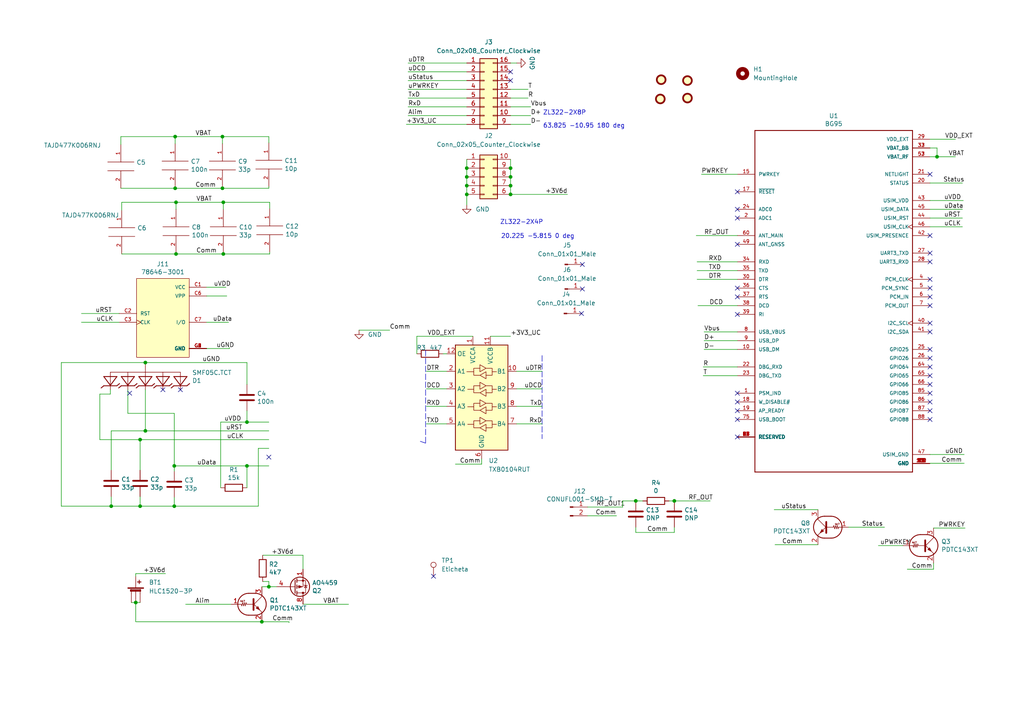
<source format=kicad_sch>
(kicad_sch (version 20211123) (generator eeschema)
  (paper "A4")
  (title_block (title "Modem BG95") (rev "4.0") (company "Delta Electronics SRL"))
  (lib_symbols
    (symbol "BG95:BG95" (pin_names (offset 1.016))
      (property "Reference" "U" (at -22.86 49.276 0))
      (property "Value" "BG95_BG95" (at -22.86 -53.34 0))
      (symbol "BG95_0_0"
        (pin output line (at -27.94 -27.94 0) (length 5.08) (name "PSM_IND") (number "1"))
        (pin bidirectional line (at -27.94 -15.24 0) (length 5.08) (name "USB_DM") (number "10"))
        (pin power_in line (at 27.94 -48.26 180) (length 5.08) (name "GND") (number "100"))
        (pin power_in line (at 27.94 -48.26 180) (length 5.08) (name "GND") (number "101"))
        (pin power_in line (at 27.94 -48.26 180) (length 5.08) (name "GND") (number "102"))
        (pin bidirectional line (at -27.94 -40.64 0) (length 5.08) (name "RESERVED") (number "11"))
        (pin bidirectional line (at -27.94 -40.64 0) (length 5.08) (name "RESERVED") (number "12"))
        (pin bidirectional line (at -27.94 -40.64 0) (length 5.08) (name "RESERVED") (number "13"))
        (pin bidirectional line (at -27.94 -40.64 0) (length 5.08) (name "RESERVED") (number "14"))
        (pin input line (at -27.94 35.56 0) (length 5.08) (name "PWRKEY") (number "15"))
        (pin bidirectional line (at -27.94 -40.64 0) (length 5.08) (name "RESERVED") (number "16"))
        (pin input line (at -27.94 30.48 0) (length 5.08) (name "~{RESET}") (number "17"))
        (pin input line (at -27.94 -30.48 0) (length 5.08) (name "W_DISABLE#") (number "18"))
        (pin input line (at -27.94 -33.02 0) (length 5.08) (name "AP_READY") (number "19"))
        (pin input line (at -27.94 22.86 0) (length 5.08) (name "ADC1") (number "2"))
        (pin output line (at 27.94 33.02 180) (length 5.08) (name "STATUS") (number "20"))
        (pin output line (at 27.94 35.56 180) (length 5.08) (name "NETLIGHT") (number "21"))
        (pin input line (at -27.94 -20.32 0) (length 5.08) (name "DBG_RXD") (number "22"))
        (pin output line (at -27.94 -22.86 0) (length 5.08) (name "DBG_TXD") (number "23"))
        (pin input line (at -27.94 25.4 0) (length 5.08) (name "ADC0") (number "24"))
        (pin bidirectional line (at 27.94 -15.24 180) (length 5.08) (name "GPIO25") (number "25"))
        (pin bidirectional line (at 27.94 -17.78 180) (length 5.08) (name "GPIO26") (number "26"))
        (pin output line (at 27.94 12.7 180) (length 5.08) (name "UART3_TXD") (number "27"))
        (pin input line (at 27.94 10.16 180) (length 5.08) (name "UART3_RXD") (number "28"))
        (pin power_in line (at 27.94 45.72 180) (length 5.08) (name "VDD_EXT") (number "29"))
        (pin power_in line (at 27.94 -48.26 180) (length 5.08) (name "GND") (number "3"))
        (pin input line (at -27.94 5.08 0) (length 5.08) (name "DTR") (number "30"))
        (pin power_in line (at 27.94 -48.26 180) (length 5.08) (name "GND") (number "31"))
        (pin power_in line (at 27.94 43.18 180) (length 5.08) (name "VBAT_BB") (number "32"))
        (pin power_in line (at 27.94 43.18 180) (length 5.08) (name "VBAT_BB") (number "33"))
        (pin input line (at -27.94 10.16 0) (length 5.08) (name "RXD") (number "34"))
        (pin output line (at -27.94 7.62 0) (length 5.08) (name "TXD") (number "35"))
        (pin output line (at -27.94 2.54 0) (length 5.08) (name "CTS") (number "36"))
        (pin input line (at -27.94 0 0) (length 5.08) (name "RTS") (number "37"))
        (pin output line (at -27.94 -2.54 0) (length 5.08) (name "DCD") (number "38"))
        (pin output line (at -27.94 -5.08 0) (length 5.08) (name "RI") (number "39"))
        (pin output clock (at 27.94 5.08 180) (length 5.08) (name "PCM_CLK") (number "4"))
        (pin output clock (at 27.94 -7.62 180) (length 5.08) (name "I2C_SCL") (number "40"))
        (pin bidirectional line (at 27.94 -10.16 180) (length 5.08) (name "I2C_SDA") (number "41"))
        (pin input line (at 27.94 17.78 180) (length 5.08) (name "USIM_PRESENCE") (number "42"))
        (pin power_in line (at 27.94 27.94 180) (length 5.08) (name "USIM_VDD") (number "43"))
        (pin output line (at 27.94 22.86 180) (length 5.08) (name "USIM_RST") (number "44"))
        (pin bidirectional line (at 27.94 25.4 180) (length 5.08) (name "USIM_DATA") (number "45"))
        (pin output clock (at 27.94 20.32 180) (length 5.08) (name "USIM_CLK") (number "46"))
        (pin power_in line (at 27.94 -45.72 180) (length 5.08) (name "USIM_GND") (number "47"))
        (pin power_in line (at 27.94 -48.26 180) (length 5.08) (name "GND") (number "48"))
        (pin input line (at -27.94 15.24 0) (length 5.08) (name "ANT_GNSS") (number "49"))
        (pin output line (at 27.94 2.54 180) (length 5.08) (name "PCM_SYNC") (number "5"))
        (pin power_in line (at 27.94 -48.26 180) (length 5.08) (name "GND") (number "50"))
        (pin bidirectional line (at -27.94 -40.64 0) (length 5.08) (name "RESERVED") (number "51"))
        (pin power_in line (at 27.94 40.64 180) (length 5.08) (name "VBAT_RF") (number "52"))
        (pin power_in line (at 27.94 40.64 180) (length 5.08) (name "VBAT_RF") (number "53"))
        (pin power_in line (at 27.94 -48.26 180) (length 5.08) (name "GND") (number "54"))
        (pin power_in line (at 27.94 -48.26 180) (length 5.08) (name "GND") (number "55"))
        (pin bidirectional line (at -27.94 -40.64 0) (length 5.08) (name "RESERVED") (number "56"))
        (pin bidirectional line (at -27.94 -40.64 0) (length 5.08) (name "RESERVED") (number "57"))
        (pin power_in line (at 27.94 -48.26 180) (length 5.08) (name "GND") (number "58"))
        (pin power_in line (at 27.94 -48.26 180) (length 5.08) (name "GND") (number "59"))
        (pin input line (at 27.94 0 180) (length 5.08) (name "PCM_IN") (number "6"))
        (pin bidirectional line (at -27.94 17.78 0) (length 5.08) (name "ANT_MAIN") (number "60"))
        (pin power_in line (at 27.94 -48.26 180) (length 5.08) (name "GND") (number "61"))
        (pin power_in line (at 27.94 -48.26 180) (length 5.08) (name "GND") (number "62"))
        (pin bidirectional line (at -27.94 -40.64 0) (length 5.08) (name "RESERVED") (number "63"))
        (pin bidirectional line (at 27.94 -20.32 180) (length 5.08) (name "GPIO64") (number "64"))
        (pin bidirectional line (at 27.94 -22.86 180) (length 5.08) (name "GPIO65") (number "65"))
        (pin bidirectional line (at 27.94 -25.4 180) (length 5.08) (name "GPIO66") (number "66"))
        (pin power_in line (at 27.94 -48.26 180) (length 5.08) (name "GND") (number "67"))
        (pin power_in line (at 27.94 -48.26 180) (length 5.08) (name "GND") (number "68"))
        (pin power_in line (at 27.94 -48.26 180) (length 5.08) (name "GND") (number "69"))
        (pin output line (at 27.94 -2.54 180) (length 5.08) (name "PCM_OUT") (number "7"))
        (pin power_in line (at 27.94 -48.26 180) (length 5.08) (name "GND") (number "70"))
        (pin power_in line (at 27.94 -48.26 180) (length 5.08) (name "GND") (number "71"))
        (pin power_in line (at 27.94 -48.26 180) (length 5.08) (name "GND") (number "72"))
        (pin power_in line (at 27.94 -48.26 180) (length 5.08) (name "GND") (number "73"))
        (pin power_in line (at 27.94 -48.26 180) (length 5.08) (name "GND") (number "74"))
        (pin input line (at -27.94 -35.56 0) (length 5.08) (name "USB_BOOT") (number "75"))
        (pin bidirectional line (at -27.94 -40.64 0) (length 5.08) (name "RESERVED") (number "76"))
        (pin bidirectional line (at -27.94 -40.64 0) (length 5.08) (name "RESERVED") (number "77"))
        (pin bidirectional line (at -27.94 -40.64 0) (length 5.08) (name "RESERVED") (number "78"))
        (pin power_in line (at 27.94 -48.26 180) (length 5.08) (name "GND") (number "79"))
        (pin input line (at -27.94 -10.16 0) (length 5.08) (name "USB_VBUS") (number "8"))
        (pin power_in line (at 27.94 -48.26 180) (length 5.08) (name "GND") (number "80"))
        (pin power_in line (at 27.94 -48.26 180) (length 5.08) (name "GND") (number "81"))
        (pin power_in line (at 27.94 -48.26 180) (length 5.08) (name "GND") (number "82"))
        (pin bidirectional line (at -27.94 -40.64 0) (length 5.08) (name "RESERVED") (number "83"))
        (pin bidirectional line (at -27.94 -40.64 0) (length 5.08) (name "RESERVED") (number "84"))
        (pin bidirectional line (at 27.94 -27.94 180) (length 5.08) (name "GPIO85") (number "85"))
        (pin bidirectional line (at 27.94 -30.48 180) (length 5.08) (name "GPIO86") (number "86"))
        (pin bidirectional line (at 27.94 -33.02 180) (length 5.08) (name "GPIO87") (number "87"))
        (pin bidirectional line (at 27.94 -35.56 180) (length 5.08) (name "GPIO88") (number "88"))
        (pin power_in line (at 27.94 -48.26 180) (length 5.08) (name "GND") (number "89"))
        (pin bidirectional line (at -27.94 -12.7 0) (length 5.08) (name "USB_DP") (number "9"))
        (pin power_in line (at 27.94 -48.26 180) (length 5.08) (name "GND") (number "90"))
        (pin power_in line (at 27.94 -48.26 180) (length 5.08) (name "GND") (number "91"))
        (pin bidirectional line (at -27.94 -40.64 0) (length 5.08) (name "RESERVED") (number "92"))
        (pin bidirectional line (at -27.94 -40.64 0) (length 5.08) (name "RESERVED") (number "93"))
        (pin bidirectional line (at -27.94 -40.64 0) (length 5.08) (name "RESERVED") (number "94"))
        (pin bidirectional line (at -27.94 -40.64 0) (length 5.08) (name "RESERVED") (number "95"))
        (pin bidirectional line (at -27.94 -40.64 0) (length 5.08) (name "RESERVED") (number "96"))
        (pin bidirectional line (at -27.94 -40.64 0) (length 5.08) (name "RESERVED") (number "97"))
        (pin bidirectional line (at -27.94 -40.64 0) (length 5.08) (name "RESERVED") (number "98"))
        (pin bidirectional line (at -27.94 -40.64 0) (length 5.08) (name "RESERVED") (number "99"))
      )
    )
    (symbol "Connector:Conn_01x01_Male" (pin_names (offset 1.016) hide)
      (property "Reference" "J" (at 0 2.54 0))
      (property "Value" "Conn_01x01_Male" (at 0 -2.54 0))
      (symbol "Conn_01x01_Male_1_1"
        (pin passive line (at 5.08 0 180) (length 3.81) (name "Pin_1") (number "1"))
      )
    )
    (symbol "Connector:Conn_01x02_Male" (pin_names (offset 1.016) hide)
      (property "Reference" "J" (at 0 2.54 0))
      (property "Value" "Conn_01x02_Male" (at 0 -5.08 0))
      (symbol "Conn_01x02_Male_1_1"
        (pin passive line (at 5.08 0 180) (length 3.81) (name "Pin_1") (number "1"))
        (pin passive line (at 5.08 -2.54 180) (length 3.81) (name "Pin_2") (number "2"))
      )
    )
    (symbol "Connector:TestPoint" (pin_numbers hide) (pin_names (offset 0.762) hide)
      (property "Reference" "TP" (at 0 6.858 0))
      (property "Value" "TestPoint" (at 0 5.08 0))
      (symbol "TestPoint_1_1"
        (pin passive line (at 0 0 90) (length 2.54) (name "1") (number "1"))
      )
    )
    (symbol "Connector_Generic:Conn_02x05_Counter_Clockwise" (pin_names (offset 1.016) hide)
      (property "Reference" "J" (at 1.27 7.62 0))
      (property "Value" "Conn_02x05_Counter_Clockwise" (at 1.27 -7.62 0))
      (symbol "Conn_02x05_Counter_Clockwise_1_1"
        (pin passive line (at -5.08 5.08 0) (length 3.81) (name "Pin_1") (number "1"))
        (pin passive line (at 7.62 5.08 180) (length 3.81) (name "Pin_10") (number "10"))
        (pin passive line (at -5.08 2.54 0) (length 3.81) (name "Pin_2") (number "2"))
        (pin passive line (at -5.08 0 0) (length 3.81) (name "Pin_3") (number "3"))
        (pin passive line (at -5.08 -2.54 0) (length 3.81) (name "Pin_4") (number "4"))
        (pin passive line (at -5.08 -5.08 0) (length 3.81) (name "Pin_5") (number "5"))
        (pin passive line (at 7.62 -5.08 180) (length 3.81) (name "Pin_6") (number "6"))
        (pin passive line (at 7.62 -2.54 180) (length 3.81) (name "Pin_7") (number "7"))
        (pin passive line (at 7.62 0 180) (length 3.81) (name "Pin_8") (number "8"))
        (pin passive line (at 7.62 2.54 180) (length 3.81) (name "Pin_9") (number "9"))
      )
    )
    (symbol "Connector_Generic:Conn_02x08_Counter_Clockwise" (pin_names (offset 1.016) hide)
      (property "Reference" "J" (at 1.27 10.16 0))
      (property "Value" "Conn_02x08_Counter_Clockwise" (at 1.27 -12.7 0))
      (symbol "Conn_02x08_Counter_Clockwise_1_1"
        (pin passive line (at -5.08 7.62 0) (length 3.81) (name "Pin_1") (number "1"))
        (pin passive line (at 7.62 -7.62 180) (length 3.81) (name "Pin_10") (number "10"))
        (pin passive line (at 7.62 -5.08 180) (length 3.81) (name "Pin_11") (number "11"))
        (pin passive line (at 7.62 -2.54 180) (length 3.81) (name "Pin_12") (number "12"))
        (pin passive line (at 7.62 0 180) (length 3.81) (name "Pin_13") (number "13"))
        (pin passive line (at 7.62 2.54 180) (length 3.81) (name "Pin_14") (number "14"))
        (pin passive line (at 7.62 5.08 180) (length 3.81) (name "Pin_15") (number "15"))
        (pin passive line (at 7.62 7.62 180) (length 3.81) (name "Pin_16") (number "16"))
        (pin passive line (at -5.08 5.08 0) (length 3.81) (name "Pin_2") (number "2"))
        (pin passive line (at -5.08 2.54 0) (length 3.81) (name "Pin_3") (number "3"))
        (pin passive line (at -5.08 0 0) (length 3.81) (name "Pin_4") (number "4"))
        (pin passive line (at -5.08 -2.54 0) (length 3.81) (name "Pin_5") (number "5"))
        (pin passive line (at -5.08 -5.08 0) (length 3.81) (name "Pin_6") (number "6"))
        (pin passive line (at -5.08 -7.62 0) (length 3.81) (name "Pin_7") (number "7"))
        (pin passive line (at -5.08 -10.16 0) (length 3.81) (name "Pin_8") (number "8"))
        (pin passive line (at 7.62 -10.16 180) (length 3.81) (name "Pin_9") (number "9"))
      )
    )
    (symbol "Device:C" (pin_numbers hide) (pin_names (offset 0.254))
      (property "Reference" "C" (at 0.635 2.54 0))
      (property "Value" "C" (at 0.635 -2.54 0))
      (symbol "C_1_1"
        (pin passive line (at 0 3.81 270) (length 2.794) (name "~") (number "1"))
        (pin passive line (at 0 -3.81 90) (length 2.794) (name "~") (number "2"))
      )
    )
    (symbol "Device:HLC1520-3P" (pin_numbers hide) (pin_names (offset 0) hide)
      (property "Reference" "BT" (at 2.54 2.54 0))
      (property "Value" "HLC1520-3P" (at 2.54 0 0))
      (symbol "HLC1520-3P_1_1"
        (pin passive line (at 0 5.08 270) (length 2.54) (name "+") (number "1"))
        (pin passive line (at 0 -2.54 90) (length 2.54) (name "-") (number "2"))
        (pin passive line (at -1.27 -2.54 90) (length 2.54) (name "-") (number "3"))
        (pin passive line (at 1.27 -2.54 90) (length 2.54) (name "-") (number "4"))
      )
    )
    (symbol "Device:R" (pin_numbers hide) (pin_names (offset 0))
      (property "Reference" "R" (at 2.032 0 90))
      (property "Value" "R" (at 0 0 90))
      (symbol "R_1_1"
        (pin passive line (at 0 3.81 270) (length 1.27) (name "~") (number "1"))
        (pin passive line (at 0 -3.81 90) (length 1.27) (name "~") (number "2"))
      )
    )
    (symbol "Logic_LevelTranslator:TXB0104RUT"
      (property "Reference" "U" (at -6.35 16.51 0))
      (property "Value" "TXB0104RUT" (at 3.81 16.51 0))
      (symbol "TXB0104RUT_1_1"
        (pin power_in line (at -2.54 17.78 270) (length 2.54) (name "VCCA") (number "1"))
        (pin tri_state line (at 10.16 7.62 180) (length 2.54) (name "B1") (number "10"))
        (pin power_in line (at 2.54 17.78 270) (length 2.54) (name "VCCB") (number "11"))
        (pin input line (at -10.16 12.7 0) (length 2.54) (name "OE") (number "12"))
        (pin tri_state line (at -10.16 7.62 0) (length 2.54) (name "A1") (number "2"))
        (pin tri_state line (at -10.16 2.54 0) (length 2.54) (name "A2") (number "3"))
        (pin tri_state line (at -10.16 -2.54 0) (length 2.54) (name "A3") (number "4"))
        (pin tri_state line (at -10.16 -7.62 0) (length 2.54) (name "A4") (number "5"))
        (pin power_in line (at 0 -17.78 90) (length 2.54) (name "GND") (number "6"))
        (pin tri_state line (at 10.16 -7.62 180) (length 2.54) (name "B4") (number "7"))
        (pin tri_state line (at 10.16 -2.54 180) (length 2.54) (name "B3") (number "8"))
        (pin tri_state line (at 10.16 2.54 180) (length 2.54) (name "B2") (number "9"))
      )
    )
    (symbol "Mechanical:Fiducial"
      (property "Reference" "FID" (at 0 5.08 0))
      (property "Value" "Fiducial" (at 0 3.175 0))
    )
    (symbol "Mechanical:MountingHole" (pin_names (offset 1.016))
      (property "Reference" "H" (at 0 5.08 0))
      (property "Value" "MountingHole" (at 0 3.175 0))
    )
    (symbol "SMF05C:SMF05C" (pin_numbers hide) (pin_names (offset 1.016) hide)
      (property "Reference" "D" (at -23.0124 0.1016 0))
      (property "Value" "SMF05C_SMF05C" (at -23.0378 -1.9558 0))
      (symbol "SMF05C_0_0"
        (pin passive line (at -7.62 2.54 270) (length 2.54) (name "~") (number "1"))
        (pin passive line (at 2.54 -5.08 90) (length 2.54) (name "~") (number "2"))
        (pin passive line (at -2.54 2.54 270) (length 2.54) (name "~") (number "3"))
        (pin passive line (at 2.54 2.54 270) (length 2.54) (name "~") (number "4"))
        (pin passive line (at 7.62 2.54 270) (length 2.54) (name "~") (number "5"))
        (pin passive line (at 12.7 2.54 270) (length 2.54) (name "~") (number "6"))
      )
    )
    (symbol "SimSocketMolex:78646-3001" (pin_names (offset 1.016))
      (property "Reference" "J" (at -7.112 10.668 0))
      (property "Value" "SimSocketMolex_78646-3001" (at -7.3914 -14.7828 0))
      (symbol "78646-3001_0_0"
        (pin power_in line (at 12.7 7.62 180) (length 5.08) (name "VCC") (number "C1"))
        (pin input line (at -12.7 0 0) (length 5.08) (name "RST") (number "C2"))
        (pin input clock (at -12.7 -2.54 0) (length 5.08) (name "CLK") (number "C3"))
        (pin power_in line (at 12.7 -10.16 180) (length 5.08) (name "GND") (number "C5"))
        (pin power_in line (at 12.7 5.08 180) (length 5.08) (name "VPP") (number "C6"))
        (pin bidirectional line (at 12.7 -2.54 180) (length 5.08) (name "I/O") (number "C7"))
        (pin power_in line (at 12.7 -10.16 180) (length 5.08) (name "GND") (number "G1"))
        (pin power_in line (at 12.7 -10.16 180) (length 5.08) (name "GND") (number "G2"))
        (pin power_in line (at 12.7 -10.16 180) (length 5.08) (name "GND") (number "G3"))
        (pin power_in line (at 12.7 -10.16 180) (length 5.08) (name "GND") (number "G4"))
        (pin power_in line (at 12.7 -10.16 180) (length 5.08) (name "GND") (number "G5"))
        (pin power_in line (at 12.7 -10.16 180) (length 5.08) (name "GND") (number "G6"))
      )
    )
    (symbol "Transistor_BJT:DTC143T" (pin_names (offset 0) hide)
      (property "Reference" "Q" (at 5.08 1.905 0))
      (property "Value" "DTC143T" (at 5.08 0 0))
      (symbol "DTC143T_0_0"
        (text "4k7" (at -3.048 0.889 0) (effects (font (size 0.508 0.508))))
      )
      (symbol "DTC143T_1_1"
        (pin input line (at -6.35 0 0) (length 2.54) (name "B") (number "1"))
        (pin passive line (at 2.54 -5.08 90) (length 2.54) (name "E") (number "2"))
        (pin passive line (at 2.54 5.08 270) (length 2.54) (name "C") (number "3"))
      )
    )
    (symbol "Transistor_FET:FDS9435A" (pin_names hide)
      (property "Reference" "Q" (at 5.08 1.905 0))
      (property "Value" "FDS9435A" (at 5.08 0 0))
      (symbol "FDS9435A_1_1"
        (pin passive line (at 2.54 -5.08 90) (length 2.54) (name "S") (number "1"))
        (pin passive line (at 2.54 -5.08 90) (length 2.54) hide (name "S") (number "2"))
        (pin passive line (at 2.54 -5.08 90) (length 2.54) hide (name "S") (number "3"))
        (pin passive line (at -5.08 0 0) (length 2.54) (name "G") (number "4"))
        (pin passive line (at 2.54 5.08 270) (length 2.54) hide (name "D") (number "5"))
        (pin passive line (at 2.54 5.08 270) (length 2.54) hide (name "D") (number "6"))
        (pin passive line (at 2.54 5.08 270) (length 2.54) hide (name "D") (number "7"))
        (pin passive line (at 2.54 5.08 270) (length 2.54) (name "D") (number "8"))
      )
    )
    (symbol "power:GND" (power) (pin_names (offset 0))
      (property "Value" "GND" (at 0 -3.81 0))
      (symbol "GND_1_1"
        (pin power_in line (at 0 0 270) (length 0) hide (name "GND") (number "1"))
      )
    )
    (symbol "pspice:CAP" (pin_names (offset 0.254))
      (property "Reference" "C" (at 2.54 3.81 90))
      (property "Value" "CAP" (at 2.54 -3.81 90))
      (symbol "CAP_1_1"
        (pin passive line (at 0 6.35 270) (length 5.08) (name "~") (number "1"))
        (pin passive line (at 0 -6.35 90) (length 5.08) (name "~") (number "2"))
      )
    )
  )
  (junction (at 148.082 51.308))
  (junction (at 135.382 48.768))
  (junction (at 184.404 145.288))
  (junction (at 64.77 58.674))
  (junction (at 42.164 124.968))
  (junction (at 135.382 53.848))
  (junction (at 50.546 146.812))
  (junction (at 64.77 73.66))
  (junction (at 77.978 170.18))
  (junction (at 50.8 54.61))
  (junction (at 71.628 122.428))
  (junction (at 42.164 105.156))
  (junction (at 51.054 58.674))
  (junction (at 195.58 145.288))
  (junction (at 51.054 73.66))
  (junction (at 135.382 56.388))
  (junction (at 32.258 146.812))
  (junction (at 148.082 53.848))
  (junction (at 148.082 48.768))
  (junction (at 75.946 180.34))
  (junction (at 50.8 39.624))
  (junction (at 50.546 135.128))
  (junction (at 71.628 135.128))
  (junction (at 271.78 45.466))
  (junction (at 39.37 174.752))
  (junction (at 64.516 39.624))
  (junction (at 64.516 54.61))
  (junction (at 40.64 146.812))
  (junction (at 40.64 127.508))
  (junction (at 135.382 51.308))
  (junction (at 148.082 56.388))
  (no_connect (at 168.656 90.932))
  (no_connect (at 269.748 106.426))
  (no_connect (at 52.324 113.03))
  (no_connect (at 269.748 75.946))
  (no_connect (at 213.868 114.046))
  (no_connect (at 213.868 121.666))
  (no_connect (at 213.868 86.106))
  (no_connect (at 269.748 114.046))
  (no_connect (at 168.91 76.708))
  (no_connect (at 269.748 101.346))
  (no_connect (at 269.748 68.326))
  (no_connect (at 269.748 116.586))
  (no_connect (at 269.748 121.666))
  (no_connect (at 213.868 119.126))
  (no_connect (at 148.082 23.368))
  (no_connect (at 148.082 20.828))
  (no_connect (at 213.868 83.566))
  (no_connect (at 269.748 93.726))
  (no_connect (at 269.748 119.126))
  (no_connect (at 269.748 108.966))
  (no_connect (at 125.73 167.132))
  (no_connect (at 47.244 113.03))
  (no_connect (at 213.868 126.746))
  (no_connect (at 213.868 116.586))
  (no_connect (at 269.748 86.106))
  (no_connect (at 269.748 83.566))
  (no_connect (at 213.868 91.186))
  (no_connect (at 77.978 132.588))
  (no_connect (at 213.868 70.866))
  (no_connect (at 37.592 114.046))
  (no_connect (at 269.748 73.406))
  (no_connect (at 269.748 88.646))
  (no_connect (at 213.868 55.626))
  (no_connect (at 269.748 50.546))
  (no_connect (at 269.748 103.886))
  (no_connect (at 269.748 81.026))
  (no_connect (at 213.868 63.246))
  (no_connect (at 213.868 60.706))
  (no_connect (at 269.748 96.266))
  (no_connect (at 269.748 111.506))
  (no_connect (at 168.91 83.82))
  (wire (pts (xy 74.93 146.812) (xy 50.546 146.812)))
  (wire (pts (xy 118.364 28.448) (xy 135.382 28.448)))
  (wire (pts (xy 148.082 36.068) (xy 153.924 36.068)))
  (wire (pts (xy 139.7 134.62) (xy 132.08 134.62)))
  (wire (pts (xy 37.084 119.888) (xy 37.084 113.03)))
  (wire (pts (xy 180.594 145.288) (xy 180.594 147.066)))
  (wire (pts (xy 203.962 108.966) (xy 213.868 108.966)))
  (wire (pts (xy 204.216 98.806) (xy 213.868 98.806)))
  (wire (pts (xy 270.764 163.322) (xy 270.764 165.1)))
  (wire (pts (xy 35.306 58.674) (xy 51.054 58.674)))
  (wire (pts (xy 157.226 107.696) (xy 149.86 107.696)))
  (wire (pts (xy 195.58 152.908) (xy 195.58 154.432)))
  (wire (pts (xy 204.216 96.266) (xy 213.868 96.266)))
  (wire (pts (xy 40.64 144.018) (xy 40.64 146.812)))
  (wire (pts (xy 50.8 39.624) (xy 64.516 39.624)))
  (wire (pts (xy 269.748 65.786) (xy 279.146 65.786)))
  (wire (pts (xy 32.258 146.812) (xy 40.64 146.812)))
  (wire (pts (xy 17.78 146.812) (xy 32.258 146.812)))
  (wire (pts (xy 32.258 144.018) (xy 32.258 146.812)))
  (wire (pts (xy 120.904 97.536) (xy 120.904 102.616)))
  (wire (pts (xy 213.868 88.646) (xy 202.438 88.646)))
  (wire (pts (xy 64.008 122.428) (xy 71.628 122.428)))
  (wire (pts (xy 148.082 48.768) (xy 148.082 51.308)))
  (wire (pts (xy 59.944 85.852) (xy 65.786 85.852)))
  (wire (pts (xy 40.64 127.508) (xy 77.978 127.508)))
  (wire (pts (xy 39.37 166.37) (xy 48.006 166.37)))
  (wire (pts (xy 118.364 25.908) (xy 135.382 25.908)))
  (wire (pts (xy 76.2 168.656) (xy 77.978 168.656)))
  (wire (pts (xy 129.54 112.776) (xy 123.698 112.776)))
  (wire (pts (xy 50.8 41.656) (xy 50.8 39.624)))
  (wire (pts (xy 35.052 54.61) (xy 50.8 54.61)))
  (wire (pts (xy 269.748 42.926) (xy 271.78 42.926)))
  (wire (pts (xy 71.628 122.428) (xy 77.978 122.428)))
  (wire (pts (xy 78.232 73.66) (xy 78.232 73.152)))
  (wire (pts (xy 39.37 180.34) (xy 39.37 174.752)))
  (wire (pts (xy 32.258 124.968) (xy 32.258 136.398)))
  (wire (pts (xy 148.082 46.228) (xy 148.082 48.768)))
  (wire (pts (xy 237.236 157.988) (xy 224.79 157.988)))
  (wire (pts (xy 50.8 54.61) (xy 50.8 54.356)))
  (wire (pts (xy 87.884 175.26) (xy 101.092 175.26)))
  (wire (pts (xy 269.748 45.466) (xy 271.78 45.466)))
  (wire (pts (xy 64.77 58.674) (xy 78.232 58.674)))
  (wire (pts (xy 77.978 39.624) (xy 77.978 41.402)))
  (wire (pts (xy 135.382 23.368) (xy 118.364 23.368)))
  (wire (pts (xy 118.364 30.988) (xy 135.382 30.988)))
  (wire (pts (xy 67.056 175.26) (xy 53.848 175.26)))
  (wire (pts (xy 50.546 135.128) (xy 71.628 135.128)))
  (polyline (pts (xy 157.226 103.124) (xy 157.226 127.254)))
  (wire (pts (xy 35.306 60.96) (xy 35.306 58.674)))
  (wire (pts (xy 59.944 93.472) (xy 66.294 93.472)))
  (wire (pts (xy 35.052 39.624) (xy 50.8 39.624)))
  (wire (pts (xy 35.306 73.66) (xy 51.054 73.66)))
  (wire (pts (xy 50.546 119.888) (xy 37.084 119.888)))
  (wire (pts (xy 203.962 106.426) (xy 213.868 106.426)))
  (wire (pts (xy 139.7 133.096) (xy 139.7 134.62)))
  (wire (pts (xy 77.978 135.128) (xy 71.628 135.128)))
  (wire (pts (xy 148.082 30.988) (xy 153.924 30.988)))
  (wire (pts (xy 135.382 20.828) (xy 118.364 20.828)))
  (wire (pts (xy 28.956 114.3) (xy 32.004 114.3)))
  (wire (pts (xy 64.77 73.66) (xy 64.77 73.406)))
  (wire (pts (xy 77.978 170.18) (xy 80.264 170.18)))
  (wire (pts (xy 123.698 107.696) (xy 129.54 107.696)))
  (wire (pts (xy 184.404 154.432) (xy 195.58 154.432)))
  (wire (pts (xy 64.516 41.656) (xy 64.516 39.624)))
  (wire (pts (xy 42.164 113.03) (xy 42.164 124.968)))
  (wire (pts (xy 64.77 60.706) (xy 64.77 58.674)))
  (wire (pts (xy 39.37 174.752) (xy 40.64 174.752)))
  (wire (pts (xy 17.78 146.812) (xy 17.78 105.156)))
  (wire (pts (xy 148.082 53.848) (xy 148.082 56.388)))
  (wire (pts (xy 148.082 56.388) (xy 164.592 56.388)))
  (wire (pts (xy 195.58 145.288) (xy 205.994 145.288)))
  (wire (pts (xy 129.54 117.856) (xy 123.698 117.856)))
  (wire (pts (xy 34.544 93.472) (xy 23.622 93.472)))
  (wire (pts (xy 74.93 130.048) (xy 74.93 146.812)))
  (wire (pts (xy 261.874 158.242) (xy 254.762 158.242)))
  (wire (pts (xy 40.64 127.508) (xy 40.64 136.398)))
  (wire (pts (xy 213.868 81.026) (xy 202.184 81.026)))
  (wire (pts (xy 34.544 90.932) (xy 23.622 90.932)))
  (wire (pts (xy 157.226 117.856) (xy 149.86 117.856)))
  (wire (pts (xy 75.946 170.18) (xy 77.978 170.18)))
  (wire (pts (xy 66.548 101.092) (xy 66.548 100.838)))
  (wire (pts (xy 170.434 149.606) (xy 178.816 149.606)))
  (wire (pts (xy 51.054 60.706) (xy 51.054 58.674)))
  (wire (pts (xy 148.082 28.448) (xy 153.162 28.448)))
  (wire (pts (xy 64.516 39.624) (xy 77.978 39.624)))
  (wire (pts (xy 64.516 54.61) (xy 64.516 54.356)))
  (wire (pts (xy 180.594 147.066) (xy 170.434 147.066)))
  (wire (pts (xy 17.78 105.156) (xy 42.164 105.156)))
  (wire (pts (xy 184.404 145.288) (xy 186.436 145.288)))
  (wire (pts (xy 71.628 119.126) (xy 71.628 122.428)))
  (wire (pts (xy 77.978 54.61) (xy 77.978 54.102)))
  (wire (pts (xy 77.978 168.656) (xy 77.978 170.18)))
  (wire (pts (xy 271.78 42.926) (xy 271.78 45.466)))
  (wire (pts (xy 51.054 58.674) (xy 64.77 58.674)))
  (wire (pts (xy 104.14 95.758) (xy 113.03 95.758)))
  (wire (pts (xy 64.77 73.66) (xy 78.232 73.66)))
  (wire (pts (xy 184.404 145.288) (xy 180.594 145.288)))
  (wire (pts (xy 78.232 58.674) (xy 78.232 60.452)))
  (wire (pts (xy 50.8 54.61) (xy 64.516 54.61)))
  (wire (pts (xy 213.868 68.326) (xy 201.93 68.326)))
  (wire (pts (xy 129.54 122.936) (xy 123.698 122.936)))
  (wire (pts (xy 40.64 127.508) (xy 28.956 127.508)))
  (wire (pts (xy 51.054 73.66) (xy 51.054 73.406)))
  (wire (pts (xy 269.748 53.086) (xy 279.146 53.086)))
  (wire (pts (xy 203.454 50.546) (xy 213.868 50.546)))
  (wire (pts (xy 77.978 124.968) (xy 42.164 124.968)))
  (wire (pts (xy 59.944 101.092) (xy 66.548 101.092)))
  (wire (pts (xy 194.056 145.288) (xy 195.58 145.288)))
  (wire (pts (xy 148.082 25.908) (xy 153.162 25.908)))
  (wire (pts (xy 135.382 46.228) (xy 135.382 48.768)))
  (wire (pts (xy 87.884 161.036) (xy 87.884 165.1)))
  (wire (pts (xy 157.226 112.776) (xy 149.86 112.776)))
  (wire (pts (xy 148.082 33.528) (xy 153.924 33.528)))
  (wire (pts (xy 135.382 56.388) (xy 135.382 59.436)))
  (wire (pts (xy 42.164 105.156) (xy 42.164 105.41)))
  (wire (pts (xy 59.944 83.312) (xy 65.532 83.312)))
  (wire (pts (xy 51.054 73.66) (xy 64.77 73.66)))
  (wire (pts (xy 135.382 48.768) (xy 135.382 51.308)))
  (wire (pts (xy 135.382 53.848) (xy 135.382 56.388)))
  (wire (pts (xy 269.748 40.386) (xy 277.114 40.386)))
  (wire (pts (xy 269.748 63.246) (xy 279.146 63.246)))
  (wire (pts (xy 128.524 102.616) (xy 129.54 102.616)))
  (wire (pts (xy 148.082 51.308) (xy 148.082 53.848)))
  (wire (pts (xy 270.764 153.162) (xy 279.908 153.162)))
  (wire (pts (xy 42.164 124.968) (xy 32.258 124.968)))
  (wire (pts (xy 42.164 105.156) (xy 71.628 105.156)))
  (wire (pts (xy 213.868 78.486) (xy 202.184 78.486)))
  (wire (pts (xy 64.516 54.61) (xy 77.978 54.61)))
  (wire (pts (xy 213.868 75.946) (xy 202.184 75.946)))
  (wire (pts (xy 269.748 58.166) (xy 279.4 58.166)))
  (wire (pts (xy 75.946 180.34) (xy 83.82 180.34)))
  (wire (pts (xy 269.748 131.826) (xy 279.654 131.826)))
  (wire (pts (xy 237.236 147.828) (xy 224.536 147.828)))
  (wire (pts (xy 32.004 114.3) (xy 32.004 113.03)))
  (wire (pts (xy 157.226 122.936) (xy 149.86 122.936)))
  (wire (pts (xy 50.546 119.888) (xy 50.546 135.128)))
  (wire (pts (xy 269.748 60.706) (xy 279.146 60.706)))
  (polyline (pts (xy 121.92 128.016) (xy 123.444 128.524)))
  (wire (pts (xy 204.216 101.346) (xy 213.868 101.346)))
  (wire (pts (xy 120.904 97.536) (xy 137.16 97.536)))
  (wire (pts (xy 76.2 161.036) (xy 87.884 161.036)))
  (wire (pts (xy 246.126 152.908) (xy 256.54 152.908)))
  (wire (pts (xy 269.748 134.366) (xy 279.654 134.366)))
  (wire (pts (xy 40.64 146.812) (xy 50.546 146.812)))
  (wire (pts (xy 71.628 105.156) (xy 71.628 111.506)))
  (wire (pts (xy 184.404 154.432) (xy 184.404 152.908)))
  (wire (pts (xy 50.546 144.272) (xy 50.546 146.812)))
  (wire (pts (xy 270.764 165.1) (xy 263.144 165.1)))
  (wire (pts (xy 38.1 174.752) (xy 39.37 174.752)))
  (wire (pts (xy 75.946 180.34) (xy 39.37 180.34)))
  (wire (pts (xy 77.978 130.048) (xy 74.93 130.048)))
  (polyline (pts (xy 123.444 101.6) (xy 123.444 128.524)))
  (wire (pts (xy 118.364 33.528) (xy 135.382 33.528)))
  (wire (pts (xy 39.37 166.37) (xy 39.37 167.132)))
  (wire (pts (xy 71.628 141.478) (xy 71.628 135.128)))
  (wire (pts (xy 50.546 135.128) (xy 50.546 136.652)))
  (wire (pts (xy 64.008 141.478) (xy 64.008 122.428)))
  (wire (pts (xy 142.24 97.536) (xy 148.082 97.536)))
  (wire (pts (xy 83.82 180.34) (xy 83.82 180.594)))
  (wire (pts (xy 148.082 18.288) (xy 149.86 18.288)))
  (wire (pts (xy 35.052 41.91) (xy 35.052 39.624)))
  (wire (pts (xy 135.382 51.308) (xy 135.382 53.848)))
  (wire (pts (xy 135.382 36.068) (xy 117.856 36.068)))
  (wire (pts (xy 135.382 18.288) (xy 118.364 18.288)))
  (wire (pts (xy 28.956 127.508) (xy 28.956 114.3)))
  (wire (pts (xy 271.78 45.466) (xy 277.114 45.466)))
  (text "ZL322-2X8P" (at 157.48 33.528 0) (effects (font (size 1.27 1.27)) (justify left bottom)))
  (text "20.225 -5.815 0 deg" (at 145.288 69.342 0) (effects (font (size 1.27 1.27)) (justify left bottom)))
  (text "ZL322-2X4P\n\n" (at 145.034 67.31 0) (effects (font (size 1.27 1.27)) (justify left bottom)))
  (text "63.825 -10.95 180 deg" (at 157.48 37.338 0) (effects (font (size 1.27 1.27)) (justify left bottom)))
  (label "Comm" (at 226.822 157.988 0))
  (label "uDCD" (at 118.364 20.828 0))
  (label "VBAT" (at 56.642 39.624 0))
  (label "Status" (at 249.936 152.908 0))
  (label "+3V6d" (at 78.74 161.036 0))
  (label "D+" (at 153.924 33.528 0))
  (label "DTR" (at 205.486 81.026 0))
  (label "VDD_EXT" (at 274.066 40.386 0))
  (label "RXD" (at 205.486 75.946 0))
  (label "VDD_EXT" (at 123.952 97.536 0))
  (label "TXD" (at 205.486 78.486 0))
  (label "Comm" (at 133.35 134.62 0))
  (label "+3V3_UC" (at 148.082 97.536 0))
  (label "Vbus" (at 204.216 96.266 0))
  (label "uGND" (at 274.066 131.826 0))
  (label "DCD" (at 123.698 112.776 0))
  (label "uRST" (at 273.812 63.246 0))
  (label "D+" (at 204.216 98.806 0))
  (label "PWRKEY" (at 279.908 153.162 180))
  (label "uData" (at 61.722 93.472 0))
  (label "uDTR" (at 157.226 107.696 180))
  (label "uCLK" (at 273.812 65.786 0))
  (label "VBAT" (at 93.726 175.26 0))
  (label "uVDD" (at 61.976 83.312 0))
  (label "PWRKEY" (at 203.454 50.546 0))
  (label "Comm" (at 56.896 73.66 0))
  (label "VBAT" (at 275.082 45.466 0))
  (label "Comm" (at 172.72 149.606 0))
  (label "D-" (at 153.924 36.068 0))
  (label "uStatus" (at 226.568 147.828 0))
  (label "VBAT" (at 56.896 58.674 0))
  (label "R" (at 203.962 106.426 0))
  (label "uDCD" (at 157.226 112.776 180))
  (label "Comm" (at 273.05 134.366 0))
  (label "Alim" (at 56.642 175.26 0))
  (label "RxD" (at 157.226 122.936 180))
  (label "Comm" (at 264.414 165.1 0))
  (label "DTR" (at 123.698 107.696 0))
  (label "uStatus" (at 118.364 23.368 0))
  (label "+3V3_UC" (at 117.856 36.068 0))
  (label "Alim" (at 118.364 33.528 0))
  (label "Comm" (at 78.994 180.34 0))
  (label "Status" (at 273.558 53.086 0))
  (label "DCD" (at 205.74 88.646 0))
  (label "Vbus" (at 153.924 30.988 0))
  (label "uPWRKEY" (at 118.364 25.908 0))
  (label "Comm" (at 113.03 95.758 0))
  (label "Comm" (at 56.642 54.61 0))
  (label "uCLK" (at 27.94 93.472 0))
  (label "T" (at 203.962 108.966 0))
  (label "RxD" (at 118.364 30.988 0))
  (label "RF_OUT1" (at 172.974 147.066 0))
  (label "uVDD" (at 65.024 122.428 0))
  (label "uRST" (at 27.686 90.932 0))
  (label "RF_OUT" (at 204.216 68.326 0))
  (label "uPWRKEY" (at 255.27 158.242 0))
  (label "+3V6d" (at 48.006 166.37 180))
  (label "+3V6d" (at 164.592 56.388 180))
  (label "uRST" (at 65.532 124.968 0))
  (label "uGND" (at 58.674 105.156 0))
  (label "uData" (at 273.812 60.706 0))
  (label "D-" (at 204.216 101.346 0))
  (label "uData" (at 57.15 135.128 0))
  (label "RXD" (at 123.698 117.856 0))
  (label "RF_OUT" (at 199.644 145.288 0))
  (label "TxD" (at 118.364 28.448 0))
  (label "TxD" (at 157.226 117.856 180))
  (label "uVDD" (at 273.812 58.166 0))
  (label "uDTR" (at 118.364 18.288 0))
  (label "Comm" (at 187.706 154.432 0))
  (label "uCLK" (at 65.786 127.508 0))
  (label "R" (at 153.162 28.448 0))
  (label "T" (at 153.162 25.908 0))
  (label "uGND" (at 62.738 101.092 0))
  (label "TXD" (at 123.698 122.936 0))
  (symbol (lib_id "BG95:BG95") (at 241.808 86.106 0) (unit 1)
    (property "Reference" "U1" (at 241.808 33.6042 0))
    (property "Value" "BG95" (at 241.808 35.9156 0))
    (property "Footprint" "BG95:XCVR_BG95M3LA-64-SGNS" (effects hide))
    (property "Datasheet" "1.1" (effects hide))
    (property "Field5" "Quectel" (effects hide))
    (property "Field6" "Manufacturer Recommendations" (effects hide))
  )
  (symbol (lib_id "Transistor_BJT:DTC143T") (at 239.776 152.908 0) (mirror y) (unit 1)
    (property "Reference" "Q8" (at 235.0008 151.7396 0) (effects (justify left)))
    (property "Value" "PDTC143XT" (at 235.0008 154.051 0) (effects (justify left)))
    (property "Footprint" "Package_TO_SOT_SMD:SOT-23" (effects hide))
  )
  (symbol (lib_id "SMF05C:SMF05C") (at 44.704 110.49 180) (unit 1)
    (property "Reference" "D1" (at 55.7276 110.3884 0) (effects (justify right)))
    (property "Value" "SMF05C.TCT" (at 55.7276 108.077 0) (effects (justify right)))
    (property "Footprint" "Diode_SMD:SC70-6" (effects hide))
  )
  (symbol (lib_id "Device:R") (at 67.818 141.478 90) (unit 1)
    (property "Reference" "R1" (at 67.818 136.2202 90))
    (property "Value" "15k" (at 67.818 138.5316 90))
    (property "Footprint" "Resistor_SMD:R_0603_1608Metric" (effects hide))
  )
  (symbol (lib_id "Device:C") (at 32.258 140.208 0) (unit 1)
    (property "Reference" "C1" (at 35.179 139.0396 0) (effects (justify left)))
    (property "Value" "33p" (at 35.179 141.351 0) (effects (justify left)))
    (property "Footprint" "Capacitor_SMD:C_0603_1608Metric" (effects hide))
  )
  (symbol (lib_id "Device:C") (at 40.64 140.208 0) (unit 1)
    (property "Reference" "C2" (at 43.561 139.0396 0) (effects (justify left)))
    (property "Value" "33p" (at 43.561 141.351 0) (effects (justify left)))
    (property "Footprint" "Capacitor_SMD:C_0603_1608Metric" (effects hide))
  )
  (symbol (lib_id "Device:C") (at 50.546 140.462 0) (unit 1)
    (property "Reference" "C3" (at 53.467 139.2936 0) (effects (justify left)))
    (property "Value" "33p" (at 53.467 141.605 0) (effects (justify left)))
    (property "Footprint" "Capacitor_SMD:C_0603_1608Metric" (effects hide))
  )
  (symbol (lib_id "Device:C") (at 71.628 115.316 0) (unit 1)
    (property "Reference" "C4" (at 74.549 114.1476 0) (effects (justify left)))
    (property "Value" "100n" (at 74.549 116.459 0) (effects (justify left)))
    (property "Footprint" "Capacitor_SMD:C_0603_1608Metric" (effects hide))
  )
  (symbol (lib_id "Transistor_BJT:DTC143T") (at 73.406 175.26 0) (unit 1)
    (property "Reference" "Q1" (at 78.1812 174.0916 0) (effects (justify left)))
    (property "Value" "PDTC143XT" (at 78.1812 176.403 0) (effects (justify left)))
    (property "Footprint" "Package_TO_SOT_SMD:SOT-23" (effects hide))
  )
  (symbol (lib_id "Device:R") (at 76.2 164.846 0) (unit 1)
    (property "Reference" "R2" (at 77.978 163.6776 0) (effects (justify left)))
    (property "Value" "4k7" (at 77.978 165.989 0) (effects (justify left)))
    (property "Footprint" "Resistor_SMD:R_0603_1608Metric" (effects hide))
  )
  (symbol (lib_id "pspice:CAP") (at 35.052 48.26 0) (unit 1)
    (property "Reference" "C5" (at 39.5732 47.0916 0) (effects (justify left)))
    (property "Value" "TAJD477K006RNJ" (at 12.7 42.164 0) (effects (justify left)))
    (property "Footprint" "Capacitor_Tantalum_SMD:CP_EIA-7361-38_AVX-V_Pad2.18x3.30mm_HandSolder" (effects hide))
  )
  (symbol (lib_id "pspice:CAP") (at 50.8 48.006 0) (unit 1)
    (property "Reference" "C7" (at 55.3212 46.8376 0) (effects (justify left)))
    (property "Value" "100n" (at 55.3212 49.149 0) (effects (justify left)))
    (property "Footprint" "Capacitor_SMD:C_0603_1608Metric_Pad1.05x0.95mm_HandSolder" (effects hide))
  )
  (symbol (lib_id "pspice:CAP") (at 64.516 48.006 0) (unit 1)
    (property "Reference" "C9" (at 69.0372 46.8376 0) (effects (justify left)))
    (property "Value" "33p" (at 69.0372 49.149 0) (effects (justify left)))
    (property "Footprint" "Capacitor_SMD:C_0603_1608Metric_Pad1.05x0.95mm_HandSolder" (effects hide))
  )
  (symbol (lib_id "pspice:CAP") (at 77.978 47.752 0) (unit 1)
    (property "Reference" "C11" (at 82.4992 46.5836 0) (effects (justify left)))
    (property "Value" "10p" (at 82.4992 48.895 0) (effects (justify left)))
    (property "Footprint" "Capacitor_SMD:C_0603_1608Metric_Pad1.05x0.95mm_HandSolder" (effects hide))
  )
  (symbol (lib_id "pspice:CAP") (at 35.306 67.31 0) (unit 1)
    (property "Reference" "C6" (at 39.8272 66.1416 0) (effects (justify left)))
    (property "Value" "TAJD477K006RNJ" (at 17.9324 62.4332 0) (effects (justify left)))
    (property "Footprint" "Capacitor_Tantalum_SMD:CP_EIA-7361-38_AVX-V_Pad2.18x3.30mm_HandSolder" (effects hide))
  )
  (symbol (lib_id "pspice:CAP") (at 51.054 67.056 0) (unit 1)
    (property "Reference" "C8" (at 55.5752 65.8876 0) (effects (justify left)))
    (property "Value" "100n" (at 55.5752 68.199 0) (effects (justify left)))
    (property "Footprint" "Capacitor_SMD:C_0603_1608Metric_Pad1.05x0.95mm_HandSolder" (effects hide))
  )
  (symbol (lib_id "pspice:CAP") (at 64.77 67.056 0) (unit 1)
    (property "Reference" "C10" (at 69.2912 65.8876 0) (effects (justify left)))
    (property "Value" "33p" (at 69.2912 68.199 0) (effects (justify left)))
    (property "Footprint" "Capacitor_SMD:C_0603_1608Metric_Pad1.05x0.95mm_HandSolder" (effects hide))
  )
  (symbol (lib_id "pspice:CAP") (at 78.232 66.802 0) (unit 1)
    (property "Reference" "C12" (at 82.7532 65.6336 0) (effects (justify left)))
    (property "Value" "10p" (at 82.7532 67.945 0) (effects (justify left)))
    (property "Footprint" "Capacitor_SMD:C_0603_1608Metric_Pad1.05x0.95mm_HandSolder" (effects hide))
  )
  (symbol (lib_id "Connector:Conn_01x02_Male") (at 165.354 147.066 0) (unit 1)
    (property "Reference" "J12" (at 168.0972 142.4686 0))
    (property "Value" "CONUFL001-SMD-T" (at 168.0972 144.78 0))
    (property "Footprint" "Connector_Coaxial:U.FL_Molex_MCRF_73412-0110_Vertical" (effects hide))
  )
  (symbol (lib_id "SimSocketMolex:78646-3001") (at 47.244 90.932 0) (unit 1)
    (property "Reference" "J11" (at 47.244 76.581 0))
    (property "Value" "78646-3001" (at 47.244 78.8924 0))
    (property "Footprint" "Connector_Molex:MOLEX_78646-3001" (effects hide))
    (property "DESCRIPTION" "Conn Micro SIM Card SKT 6 POS 2.54mm Solder RA SMD 0.5A/Contact Embossed T/R" (effects hide))
    (property "PACKAGE" "None" (effects hide))
    (property "MF" "Molex" (effects hide))
    (property "DIGI-KEY_PART_NUMBER" "WM9364CT-ND" (effects hide))
    (property "DIGI-KEY_PURCHASE_URL" "https://www.digikey.in/product-detail/en/molex/0786463001/WM9364CT-ND/3770350?utm_source=snapeda&utm_medium=aggregator&utm_campaign=symbol" (effects hide))
    (property "MP" "78646-3001" (effects hide))
  )
  (symbol (lib_id "Device:R") (at 124.714 102.616 90) (unit 1)
    (property "Reference" "R3" (at 123.5456 100.838 90) (effects (justify left)))
    (property "Value" "4k7" (at 128.27 100.838 90) (effects (justify left)))
    (property "Footprint" "Resistor_SMD:R_0603_1608Metric" (effects hide))
  )
  (symbol (lib_id "Mechanical:Fiducial") (at 199.39 28.448 0) (unit 1)
    (property "Reference" "FID4" (effects hide))
    (property "Value" "Fiducial" (effects hide))
    (property "Footprint" "Fiducial:Fiducial_1mm_Mask2mm" (effects hide))
  )
  (symbol (lib_id "Device:R") (at 190.246 145.288 90) (unit 1)
    (property "Reference" "R4" (at 190.246 140.0302 90))
    (property "Value" "0" (at 190.246 142.3416 90))
    (property "Footprint" "Resistor_SMD:R_0603_1608Metric" (effects hide))
  )
  (symbol (lib_id "Connector:Conn_01x01_Male") (at 163.83 83.82 0) (unit 1)
    (property "Reference" "J6" (at 164.465 78.232 0))
    (property "Value" "Conn_01x01_Male" (at 164.465 80.772 0))
    (property "Footprint" "TestPoint:TestPoint_Pad_5.1x5.1mm" (effects hide))
  )
  (symbol (lib_id "Transistor_BJT:DTC143T") (at 268.224 158.242 0) (unit 1)
    (property "Reference" "Q3" (at 272.9992 157.0736 0) (effects (justify left)))
    (property "Value" "PDTC143XT" (at 272.9992 159.385 0) (effects (justify left)))
    (property "Footprint" "Package_TO_SOT_SMD:SOT-23" (effects hide))
  )
  (symbol (lib_id "Mechanical:Fiducial") (at 191.516 28.702 0) (unit 1)
    (property "Reference" "FID1" (effects hide))
    (property "Value" "Fiducial" (effects hide))
    (property "Footprint" "Fiducial:Fiducial_1mm_Mask2mm" (effects hide))
  )
  (symbol (lib_id "Mechanical:Fiducial") (at 191.77 23.114 0) (unit 1)
    (property "Reference" "FID2" (effects hide))
    (property "Value" "Fiducial" (effects hide))
    (property "Footprint" "Fiducial:Fiducial_1mm_Mask2mm" (effects hide))
  )
  (symbol (lib_id "Connector_Generic:Conn_02x05_Counter_Clockwise") (at 140.462 51.308 0) (unit 1)
    (property "Reference" "J2" (at 141.732 39.37 0))
    (property "Value" "Conn_02x05_Counter_Clockwise" (at 141.732 41.91 0))
    (property "Footprint" "Connector_PinHeader_2.54mm:PinHeader_2x05_P2.54mm_Vertical_SMD_MOD" (effects hide))
  )
  (symbol (lib_id "Connector:Conn_01x01_Male") (at 163.576 90.932 0) (unit 1)
    (property "Reference" "J4" (at 164.211 85.344 0))
    (property "Value" "Conn_01x01_Male" (at 164.211 87.884 0))
    (property "Footprint" "TestPoint:TestPoint_Pad_5.1x5.1mm" (effects hide))
  )
  (symbol (lib_id "Device:C") (at 184.404 149.098 0) (unit 1)
    (property "Reference" "C13" (at 187.325 147.9296 0) (effects (justify left)))
    (property "Value" "DNP" (at 187.325 150.241 0) (effects (justify left)))
    (property "Footprint" "Capacitor_SMD:C_0603_1608Metric" (effects hide))
  )
  (symbol (lib_id "Mechanical:MountingHole") (at 215.392 21.336 0) (unit 1)
    (property "Reference" "H1" (at 218.44 20.0659 0) (effects (justify left)))
    (property "Value" "MountingHole" (at 218.44 22.6059 0) (effects (justify left)))
    (property "Footprint" "MountingHole:MountingHole_2.5mm  Simpla" (effects hide))
  )
  (symbol (lib_id "power:GND") (at 149.86 18.288 90) (mirror x) (unit 1)
    (property "Reference" "#PWR0102" (effects hide))
    (property "Value" "GND" (at 154.4225 18.288 0))
  )
  (symbol (lib_id "Logic_LevelTranslator:TXB0104RUT") (at 139.7 115.316 0) (unit 1)
    (property "Reference" "U2" (at 141.7194 133.604 0) (effects (justify left)))
    (property "Value" "TXB0104RUT" (at 141.7194 136.144 0) (effects (justify left)))
    (property "Footprint" "Package_DFN_QFN:Texas_R_PUQFN-N12" (effects hide))
    (property "Datasheet" "http://www.ti.com/lit/ds/symlink/txb0104.pdf" (effects hide))
  )
  (symbol (lib_id "Device:C") (at 195.58 149.098 0) (unit 1)
    (property "Reference" "C14" (at 198.501 147.9296 0) (effects (justify left)))
    (property "Value" "DNP" (at 198.501 150.241 0) (effects (justify left)))
    (property "Footprint" "Capacitor_SMD:C_0603_1608Metric" (effects hide))
  )
  (symbol (lib_id "Connector:TestPoint") (at 125.73 167.132 0) (unit 1)
    (property "Reference" "TP1" (at 128.016 162.5599 0) (effects (justify left)))
    (property "Value" "Eticheta" (at 128.016 165.0999 0) (effects (justify left)))
    (property "Footprint" "Symbol:Eticheta" (effects hide))
  )
  (symbol (lib_id "Device:HLC1520-3P") (at 39.37 172.212 0) (unit 1)
    (property "Reference" "BT1" (at 43.18 168.9099 0) (effects (justify left)))
    (property "Value" "HLC1520-3P" (at 43.18 171.4499 0) (effects (justify left)))
    (property "Footprint" "Battery:HLC1520-3P" (effects hide))
  )
  (symbol (lib_id "Mechanical:Fiducial") (at 199.39 23.368 0) (unit 1)
    (property "Reference" "FID3" (effects hide))
    (property "Value" "Fiducial" (effects hide))
    (property "Footprint" "Fiducial:Fiducial_1mm_Mask2mm" (effects hide))
  )
  (symbol (lib_id "Connector_Generic:Conn_02x08_Counter_Clockwise") (at 140.462 25.908 0) (unit 1)
    (property "Reference" "J3" (at 141.732 12.192 0))
    (property "Value" "Conn_02x08_Counter_Clockwise" (at 141.732 14.732 0))
    (property "Footprint" "Connector_PinHeader_2.54mm:PinHeader_2x08_P2.54mm_Vertical_SMD_MOD" (effects hide))
  )
  (symbol (lib_id "Connector:Conn_01x01_Male") (at 163.83 76.708 0) (unit 1)
    (property "Reference" "J5" (at 164.465 71.12 0))
    (property "Value" "Conn_01x01_Male" (at 164.465 73.66 0))
    (property "Footprint" "TestPoint:TestPoint_Pad_5.1x5.1mm" (effects hide))
  )
  (symbol (lib_id "power:GND") (at 135.382 59.436 0) (mirror y) (unit 1)
    (property "Reference" "#PWR01" (effects hide))
    (property "Value" "GND" (at 137.922 60.7059 0) (effects (justify right)))
  )
  (symbol (lib_id "power:GND") (at 104.14 95.758 0) (mirror y) (unit 1)
    (property "Reference" "#PWR0101" (effects hide))
    (property "Value" "GND" (at 106.68 97.0279 0) (effects (justify right)))
  )
  (symbol (lib_id "Transistor_FET:FDS9435A") (at 85.344 170.18 0) (mirror x) (unit 1)
    (property "Reference" "Q2" (at 90.5256 171.3484 0) (effects (justify left)))
    (property "Value" "AO4459" (at 90.5256 169.037 0) (effects (justify left)))
    (property "Footprint" "Package_SO:SOIC-8_3.9x4.9mm_P1.27mm" (effects hide))
    (property "Datasheet" "https://www.onsemi.com/pub/Collateral/FDS9435A-D.PDF" (effects hide))
  )
)
</source>
